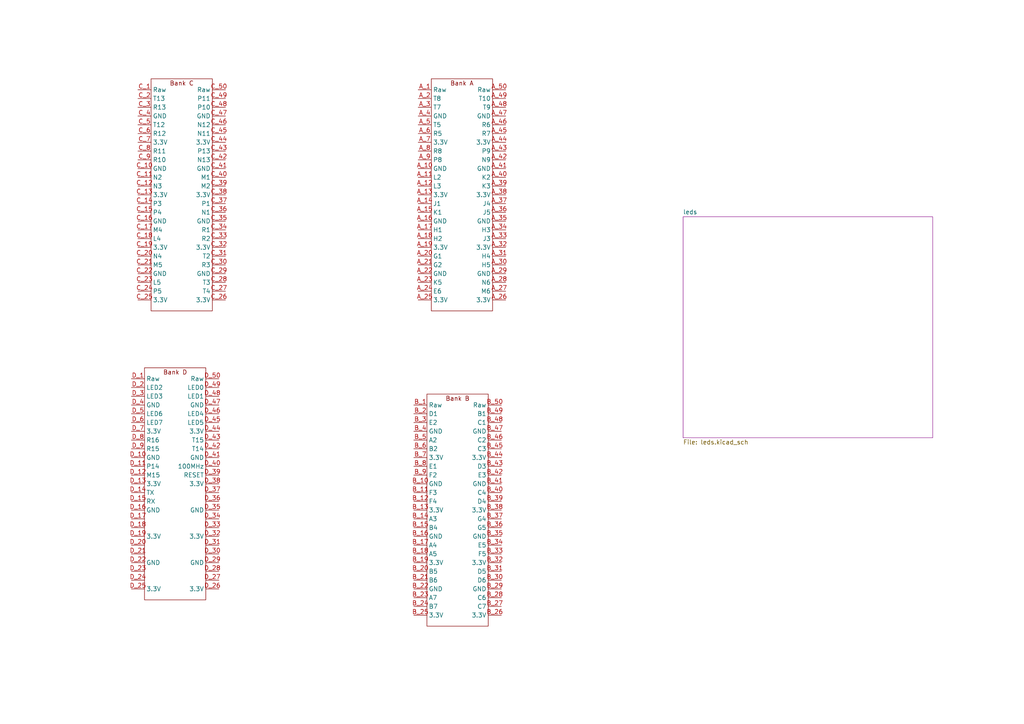
<source format=kicad_sch>
(kicad_sch (version 20201015) (generator eeschema)
  (paper "A4")
  (lib_symbols
    (symbol "Alchitry_Symbols:Alchitry_Single"
      (symbol "Alchitry_Single_1_1"
        (text "Bank A" (at 8.89 66.04 0) (effects (font (size 1.27 1.27))))
        (rectangle (start 0 67.31) (end 17.78 0))
        (pin passive line (at -3.81 64.135 0) (length 3.81) (name "Raw") (number "A_1"))
        (pin passive line (at -3.81 41.275 0) (length 3.81) (name "GND") (number "A_10"))
        (pin passive line (at -3.81 38.735 0) (length 3.81) (name "L2") (number "A_11"))
        (pin passive line (at -3.81 36.195 0) (length 3.81) (name "L3") (number "A_12"))
        (pin passive line (at -3.81 33.655 0) (length 3.81) (name "3.3V") (number "A_13"))
        (pin passive line (at -3.81 31.115 0) (length 3.81) (name "J1") (number "A_14"))
        (pin passive line (at -3.81 28.575 0) (length 3.81) (name "K1") (number "A_15"))
        (pin passive line (at -3.81 26.035 0) (length 3.81) (name "GND") (number "A_16"))
        (pin passive line (at -3.81 23.495 0) (length 3.81) (name "H1") (number "A_17"))
        (pin passive line (at -3.81 20.955 0) (length 3.81) (name "H2") (number "A_18"))
        (pin passive line (at -3.81 18.415 0) (length 3.81) (name "3.3V") (number "A_19"))
        (pin passive line (at -3.81 61.595 0) (length 3.81) (name "T8") (number "A_2"))
        (pin passive line (at -3.81 15.875 0) (length 3.81) (name "G1") (number "A_20"))
        (pin passive line (at -3.81 13.335 0) (length 3.81) (name "G2") (number "A_21"))
        (pin passive line (at -3.81 10.795 0) (length 3.81) (name "GND") (number "A_22"))
        (pin passive line (at -3.81 8.255 0) (length 3.81) (name "K5") (number "A_23"))
        (pin passive line (at -3.81 5.715 0) (length 3.81) (name "E6") (number "A_24"))
        (pin passive line (at -3.81 3.175 0) (length 3.81) (name "3.3V") (number "A_25"))
        (pin passive line (at 21.59 3.175 180) (length 3.81) (name "3.3V") (number "A_26"))
        (pin passive line (at 21.59 5.715 180) (length 3.81) (name "M6") (number "A_27"))
        (pin passive line (at 21.59 8.255 180) (length 3.81) (name "N6") (number "A_28"))
        (pin passive line (at 21.59 10.795 180) (length 3.81) (name "GND") (number "A_29"))
        (pin passive line (at -3.81 59.055 0) (length 3.81) (name "T7") (number "A_3"))
        (pin passive line (at 21.59 13.335 180) (length 3.81) (name "H5") (number "A_30"))
        (pin passive line (at 21.59 15.875 180) (length 3.81) (name "H4") (number "A_31"))
        (pin passive line (at 21.59 18.415 180) (length 3.81) (name "3.3V") (number "A_32"))
        (pin passive line (at 21.59 20.955 180) (length 3.81) (name "J3") (number "A_33"))
        (pin passive line (at 21.59 23.495 180) (length 3.81) (name "H3") (number "A_34"))
        (pin passive line (at 21.59 26.035 180) (length 3.81) (name "GND") (number "A_35"))
        (pin passive line (at 21.59 28.575 180) (length 3.81) (name "J5") (number "A_36"))
        (pin passive line (at 21.59 31.115 180) (length 3.81) (name "J4") (number "A_37"))
        (pin passive line (at 21.59 33.655 180) (length 3.81) (name "3.3V") (number "A_38"))
        (pin passive line (at 21.59 36.195 180) (length 3.81) (name "K3") (number "A_39"))
        (pin passive line (at -3.81 56.515 0) (length 3.81) (name "GND") (number "A_4"))
        (pin passive line (at 21.59 38.735 180) (length 3.81) (name "K2") (number "A_40"))
        (pin passive line (at 21.59 41.275 180) (length 3.81) (name "GND") (number "A_41"))
        (pin passive line (at 21.59 43.815 180) (length 3.81) (name "N9") (number "A_42"))
        (pin passive line (at 21.59 46.355 180) (length 3.81) (name "P9") (number "A_43"))
        (pin passive line (at 21.59 48.895 180) (length 3.81) (name "3.3V") (number "A_44"))
        (pin passive line (at 21.59 51.435 180) (length 3.81) (name "R7") (number "A_45"))
        (pin passive line (at 21.59 53.975 180) (length 3.81) (name "R6") (number "A_46"))
        (pin passive line (at 21.59 56.515 180) (length 3.81) (name "GND") (number "A_47"))
        (pin passive line (at 21.59 59.055 180) (length 3.81) (name "T9") (number "A_48"))
        (pin passive line (at 21.59 61.595 180) (length 3.81) (name "T10") (number "A_49"))
        (pin passive line (at -3.81 53.975 0) (length 3.81) (name "T5") (number "A_5"))
        (pin passive line (at 21.59 64.135 180) (length 3.81) (name "Raw") (number "A_50"))
        (pin passive line (at -3.81 51.435 0) (length 3.81) (name "R5") (number "A_6"))
        (pin passive line (at -3.81 48.895 0) (length 3.81) (name "3.3V") (number "A_7"))
        (pin passive line (at -3.81 46.355 0) (length 3.81) (name "R8") (number "A_8"))
        (pin passive line (at -3.81 43.815 0) (length 3.81) (name "P8") (number "A_9"))
      )
      (symbol "Alchitry_Single_2_1"
        (text "Bank B" (at 8.89 66.04 0) (effects (font (size 1.27 1.27))))
        (rectangle (start 0 67.31) (end 17.78 0))
        (pin passive line (at -3.81 64.135 0) (length 3.81) (name "Raw") (number "B_1"))
        (pin passive line (at -3.81 41.275 0) (length 3.81) (name "GND") (number "B_10"))
        (pin passive line (at -3.81 38.735 0) (length 3.81) (name "F3") (number "B_11"))
        (pin passive line (at -3.81 36.195 0) (length 3.81) (name "F4") (number "B_12"))
        (pin passive line (at -3.81 33.655 0) (length 3.81) (name "3.3V") (number "B_13"))
        (pin passive line (at -3.81 31.115 0) (length 3.81) (name "A3") (number "B_14"))
        (pin passive line (at -3.81 28.575 0) (length 3.81) (name "B4") (number "B_15"))
        (pin passive line (at -3.81 26.035 0) (length 3.81) (name "GND") (number "B_16"))
        (pin passive line (at -3.81 23.495 0) (length 3.81) (name "A4") (number "B_17"))
        (pin passive line (at -3.81 20.955 0) (length 3.81) (name "A5") (number "B_18"))
        (pin passive line (at -3.81 18.415 0) (length 3.81) (name "3.3V") (number "B_19"))
        (pin passive line (at -3.81 61.595 0) (length 3.81) (name "D1") (number "B_2"))
        (pin passive line (at -3.81 15.875 0) (length 3.81) (name "B5") (number "B_20"))
        (pin passive line (at -3.81 13.335 0) (length 3.81) (name "B6") (number "B_21"))
        (pin passive line (at -3.81 10.795 0) (length 3.81) (name "GND") (number "B_22"))
        (pin passive line (at -3.81 8.255 0) (length 3.81) (name "A7") (number "B_23"))
        (pin passive line (at -3.81 5.715 0) (length 3.81) (name "B7") (number "B_24"))
        (pin passive line (at -3.81 3.175 0) (length 3.81) (name "3.3V") (number "B_25"))
        (pin passive line (at 21.59 3.175 180) (length 3.81) (name "3.3V") (number "B_26"))
        (pin passive line (at 21.59 5.715 180) (length 3.81) (name "C7") (number "B_27"))
        (pin passive line (at 21.59 8.255 180) (length 3.81) (name "C6") (number "B_28"))
        (pin passive line (at 21.59 10.795 180) (length 3.81) (name "GND") (number "B_29"))
        (pin passive line (at -3.81 59.055 0) (length 3.81) (name "E2") (number "B_3"))
        (pin passive line (at 21.59 13.335 180) (length 3.81) (name "D6") (number "B_30"))
        (pin passive line (at 21.59 15.875 180) (length 3.81) (name "D5") (number "B_31"))
        (pin passive line (at 21.59 18.415 180) (length 3.81) (name "3.3V") (number "B_32"))
        (pin passive line (at 21.59 20.955 180) (length 3.81) (name "F5") (number "B_33"))
        (pin passive line (at 21.59 23.495 180) (length 3.81) (name "E5") (number "B_34"))
        (pin passive line (at 21.59 26.035 180) (length 3.81) (name "GND") (number "B_35"))
        (pin passive line (at 21.59 28.575 180) (length 3.81) (name "G5") (number "B_36"))
        (pin passive line (at 21.59 31.115 180) (length 3.81) (name "G4") (number "B_37"))
        (pin passive line (at 21.59 33.655 180) (length 3.81) (name "3.3V") (number "B_38"))
        (pin passive line (at 21.59 36.195 180) (length 3.81) (name "D4") (number "B_39"))
        (pin passive line (at -3.81 56.515 0) (length 3.81) (name "GND") (number "B_4"))
        (pin passive line (at 21.59 38.735 180) (length 3.81) (name "C4") (number "B_40"))
        (pin passive line (at 21.59 41.275 180) (length 3.81) (name "GND") (number "B_41"))
        (pin passive line (at 21.59 43.815 180) (length 3.81) (name "E3") (number "B_42"))
        (pin passive line (at 21.59 46.355 180) (length 3.81) (name "D3") (number "B_43"))
        (pin passive line (at 21.59 48.895 180) (length 3.81) (name "3.3V") (number "B_44"))
        (pin passive line (at 21.59 51.435 180) (length 3.81) (name "C3") (number "B_45"))
        (pin passive line (at 21.59 53.975 180) (length 3.81) (name "C2") (number "B_46"))
        (pin passive line (at 21.59 56.515 180) (length 3.81) (name "GND") (number "B_47"))
        (pin passive line (at 21.59 59.055 180) (length 3.81) (name "C1") (number "B_48"))
        (pin passive line (at 21.59 61.595 180) (length 3.81) (name "B1") (number "B_49"))
        (pin passive line (at -3.81 53.975 0) (length 3.81) (name "A2") (number "B_5"))
        (pin passive line (at 21.59 64.135 180) (length 3.81) (name "Raw") (number "B_50"))
        (pin passive line (at -3.81 51.435 0) (length 3.81) (name "B2") (number "B_6"))
        (pin passive line (at -3.81 48.895 0) (length 3.81) (name "3.3V") (number "B_7"))
        (pin passive line (at -3.81 46.355 0) (length 3.81) (name "E1") (number "B_8"))
        (pin passive line (at -3.81 43.815 0) (length 3.81) (name "F2") (number "B_9"))
      )
      (symbol "Alchitry_Single_3_1"
        (text "Bank C" (at 8.89 66.04 0) (effects (font (size 1.27 1.27))))
        (rectangle (start 0 67.31) (end 17.78 0))
        (pin passive line (at -3.81 64.135 0) (length 3.81) (name "Raw") (number "C_1"))
        (pin passive line (at -3.81 41.275 0) (length 3.81) (name "GND") (number "C_10"))
        (pin passive line (at -3.81 38.735 0) (length 3.81) (name "N2") (number "C_11"))
        (pin passive line (at -3.81 36.195 0) (length 3.81) (name "N3") (number "C_12"))
        (pin passive line (at -3.81 33.655 0) (length 3.81) (name "3.3V") (number "C_13"))
        (pin passive line (at -3.81 31.115 0) (length 3.81) (name "P3") (number "C_14"))
        (pin passive line (at -3.81 28.575 0) (length 3.81) (name "P4") (number "C_15"))
        (pin passive line (at -3.81 26.035 0) (length 3.81) (name "GND") (number "C_16"))
        (pin passive line (at -3.81 23.495 0) (length 3.81) (name "M4") (number "C_17"))
        (pin passive line (at -3.81 20.955 0) (length 3.81) (name "L4") (number "C_18"))
        (pin passive line (at -3.81 18.415 0) (length 3.81) (name "3.3V") (number "C_19"))
        (pin passive line (at -3.81 61.595 0) (length 3.81) (name "T13") (number "C_2"))
        (pin passive line (at -3.81 15.875 0) (length 3.81) (name "N4") (number "C_20"))
        (pin passive line (at -3.81 13.335 0) (length 3.81) (name "M5") (number "C_21"))
        (pin passive line (at -3.81 10.795 0) (length 3.81) (name "GND") (number "C_22"))
        (pin passive line (at -3.81 8.255 0) (length 3.81) (name "L5") (number "C_23"))
        (pin passive line (at -3.81 5.715 0) (length 3.81) (name "P5") (number "C_24"))
        (pin passive line (at -3.81 3.175 0) (length 3.81) (name "3.3V") (number "C_25"))
        (pin passive line (at 21.59 3.175 180) (length 3.81) (name "3.3V") (number "C_26"))
        (pin passive line (at 21.59 5.715 180) (length 3.81) (name "T4") (number "C_27"))
        (pin passive line (at 21.59 8.255 180) (length 3.81) (name "T3") (number "C_28"))
        (pin passive line (at 21.59 10.795 180) (length 3.81) (name "GND") (number "C_29"))
        (pin passive line (at -3.81 59.055 0) (length 3.81) (name "R13") (number "C_3"))
        (pin passive line (at 21.59 13.335 180) (length 3.81) (name "R3") (number "C_30"))
        (pin passive line (at 21.59 15.875 180) (length 3.81) (name "T2") (number "C_31"))
        (pin passive line (at 21.59 18.415 180) (length 3.81) (name "3.3V") (number "C_32"))
        (pin passive line (at 21.59 20.955 180) (length 3.81) (name "R2") (number "C_33"))
        (pin passive line (at 21.59 23.495 180) (length 3.81) (name "R1") (number "C_34"))
        (pin passive line (at 21.59 26.035 180) (length 3.81) (name "GND") (number "C_35"))
        (pin passive line (at 21.59 28.575 180) (length 3.81) (name "N1") (number "C_36"))
        (pin passive line (at 21.59 31.115 180) (length 3.81) (name "P1") (number "C_37"))
        (pin passive line (at 21.59 33.655 180) (length 3.81) (name "3.3V") (number "C_38"))
        (pin passive line (at 21.59 36.195 180) (length 3.81) (name "M2") (number "C_39"))
        (pin passive line (at -3.81 56.515 0) (length 3.81) (name "GND") (number "C_4"))
        (pin passive line (at 21.59 38.735 180) (length 3.81) (name "M1") (number "C_40"))
        (pin passive line (at 21.59 41.275 180) (length 3.81) (name "GND") (number "C_41"))
        (pin passive line (at 21.59 43.815 180) (length 3.81) (name "N13") (number "C_42"))
        (pin passive line (at 21.59 46.355 180) (length 3.81) (name "P13") (number "C_43"))
        (pin passive line (at 21.59 48.895 180) (length 3.81) (name "3.3V") (number "C_44"))
        (pin passive line (at 21.59 51.435 180) (length 3.81) (name "N11") (number "C_45"))
        (pin passive line (at 21.59 53.975 180) (length 3.81) (name "N12") (number "C_46"))
        (pin passive line (at 21.59 56.515 180) (length 3.81) (name "GND") (number "C_47"))
        (pin passive line (at 21.59 59.055 180) (length 3.81) (name "P10") (number "C_48"))
        (pin passive line (at 21.59 61.595 180) (length 3.81) (name "P11") (number "C_49"))
        (pin passive line (at -3.81 53.975 0) (length 3.81) (name "T12") (number "C_5"))
        (pin passive line (at 21.59 64.135 180) (length 3.81) (name "Raw") (number "C_50"))
        (pin passive line (at -3.81 51.435 0) (length 3.81) (name "R12") (number "C_6"))
        (pin passive line (at -3.81 48.895 0) (length 3.81) (name "3.3V") (number "C_7"))
        (pin passive line (at -3.81 46.355 0) (length 3.81) (name "R11") (number "C_8"))
        (pin passive line (at -3.81 43.815 0) (length 3.81) (name "R10") (number "C_9"))
      )
      (symbol "Alchitry_Single_4_1"
        (text "Bank D" (at 8.89 66.04 0) (effects (font (size 1.27 1.27))))
        (rectangle (start 17.78 67.31) (end 0 0))
        (pin passive line (at -3.81 64.135 0) (length 3.81) (name "Raw") (number "D_1"))
        (pin passive line (at -3.81 41.275 0) (length 3.81) (name "GND") (number "D_10"))
        (pin passive line (at -3.81 38.735 0) (length 3.81) (name "P14") (number "D_11"))
        (pin passive line (at -3.81 36.195 0) (length 3.81) (name "M15") (number "D_12"))
        (pin passive line (at -3.81 33.655 0) (length 3.81) (name "3.3V") (number "D_13"))
        (pin passive line (at -3.81 31.115 0) (length 3.81) (name "TX") (number "D_14"))
        (pin passive line (at -3.81 28.575 0) (length 3.81) (name "RX") (number "D_15"))
        (pin passive line (at -3.81 26.035 0) (length 3.81) (name "GND") (number "D_16"))
        (pin passive line (at -3.81 23.495 0) (length 3.81) (name "~") (number "D_17"))
        (pin passive line (at -3.81 20.955 0) (length 3.81) (name "~") (number "D_18"))
        (pin passive line (at -3.81 18.415 0) (length 3.81) (name "3.3V") (number "D_19"))
        (pin passive line (at -3.81 61.595 0) (length 3.81) (name "LED2") (number "D_2"))
        (pin passive line (at -3.81 15.875 0) (length 3.81) (name "~") (number "D_20"))
        (pin passive line (at -3.81 13.335 0) (length 3.81) (name "~") (number "D_21"))
        (pin passive line (at -3.81 10.795 0) (length 3.81) (name "GND") (number "D_22"))
        (pin passive line (at -3.81 8.255 0) (length 3.81) (name "~") (number "D_23"))
        (pin passive line (at -3.81 5.715 0) (length 3.81) (name "~") (number "D_24"))
        (pin passive line (at -3.81 3.175 0) (length 3.81) (name "3.3V") (number "D_25"))
        (pin passive line (at 21.59 3.175 180) (length 3.81) (name "3.3V") (number "D_26"))
        (pin passive line (at 21.59 5.715 180) (length 3.81) (name "~") (number "D_27"))
        (pin passive line (at 21.59 8.255 180) (length 3.81) (name "~") (number "D_28"))
        (pin passive line (at 21.59 10.795 180) (length 3.81) (name "GND") (number "D_29"))
        (pin passive line (at -3.81 59.055 0) (length 3.81) (name "LED3") (number "D_3"))
        (pin passive line (at 21.59 13.335 180) (length 3.81) (name "~") (number "D_30"))
        (pin passive line (at 21.59 15.875 180) (length 3.81) (name "~") (number "D_31"))
        (pin passive line (at 21.59 18.415 180) (length 3.81) (name "3.3V") (number "D_32"))
        (pin passive line (at 21.59 20.955 180) (length 3.81) (name "~") (number "D_33"))
        (pin passive line (at 21.59 23.495 180) (length 3.81) (name "~") (number "D_34"))
        (pin passive line (at 21.59 26.035 180) (length 3.81) (name "GND") (number "D_35"))
        (pin passive line (at 21.59 28.575 180) (length 3.81) (name "~") (number "D_36"))
        (pin passive line (at 21.59 31.115 180) (length 3.81) (name "~") (number "D_37"))
        (pin passive line (at 21.59 33.655 180) (length 3.81) (name "3.3V") (number "D_38"))
        (pin passive line (at 21.59 36.195 180) (length 3.81) (name "RESET") (number "D_39"))
        (pin passive line (at -3.81 56.515 0) (length 3.81) (name "GND") (number "D_4"))
        (pin passive line (at 21.59 38.735 180) (length 3.81) (name "100MHz") (number "D_40"))
        (pin passive line (at 21.59 41.275 180) (length 3.81) (name "GND") (number "D_41"))
        (pin passive line (at 21.59 43.815 180) (length 3.81) (name "T14") (number "D_42"))
        (pin passive line (at 21.59 46.355 180) (length 3.81) (name "T15") (number "D_43"))
        (pin passive line (at 21.59 48.895 180) (length 3.81) (name "3.3V") (number "D_44"))
        (pin passive line (at 21.59 51.435 180) (length 3.81) (name "LED5") (number "D_45"))
        (pin passive line (at 21.59 53.975 180) (length 3.81) (name "LED4") (number "D_46"))
        (pin passive line (at 21.59 56.515 180) (length 3.81) (name "GND") (number "D_47"))
        (pin passive line (at 21.59 59.055 180) (length 3.81) (name "LED1") (number "D_48"))
        (pin passive line (at 21.59 61.595 180) (length 3.81) (name "LED0") (number "D_49"))
        (pin passive line (at -3.81 53.975 0) (length 3.81) (name "LED6") (number "D_5"))
        (pin passive line (at 21.59 64.135 180) (length 3.81) (name "Raw") (number "D_50"))
        (pin passive line (at -3.81 51.435 0) (length 3.81) (name "LED7") (number "D_6"))
        (pin passive line (at -3.81 48.895 0) (length 3.81) (name "3.3V") (number "D_7"))
        (pin passive line (at -3.81 46.355 0) (length 3.81) (name "R16") (number "D_8"))
        (pin passive line (at -3.81 43.815 0) (length 3.81) (name "R15") (number "D_9"))
      )
    )
  )
  (symbol (lib_id "Alchitry_Symbols:Alchitry_Single") (at 41.91 173.99 0) (unit 4)
    (property "Reference" "U1" (effects hide))
    (property "Value" "Alchitry_Single" (effects hide))
    (property "Footprint" "Alchitry_Footprints:Alchitry_Bottom" (effects hide))
  )
  (symbol (lib_id "Alchitry_Symbols:Alchitry_Single") (at 43.815 90.17 0) (unit 3)
    (property "Reference" "U1" (effects hide))
    (property "Value" "Alchitry_Single" (effects hide))
    (property "Footprint" "Alchitry_Footprints:Alchitry_Bottom" (effects hide))
  )
  (symbol (lib_id "Alchitry_Symbols:Alchitry_Single") (at 123.825 181.61 0) (unit 2)
    (property "Reference" "U1" (effects hide))
    (property "Value" "Alchitry_Single" (effects hide))
    (property "Footprint" "Alchitry_Footprints:Alchitry_Bottom" (effects hide))
  )
  (symbol (lib_id "Alchitry_Symbols:Alchitry_Single") (at 125.095 90.17 0) (unit 1)
    (property "Reference" "U1" (effects hide))
    (property "Value" "Alchitry_Single" (effects hide))
    (property "Footprint" "Alchitry_Footprints:Alchitry_Bottom" (effects hide))
  )
  (sheet (at 198.12 62.865) (size 72.39 64.135) (stroke (width 0.0006) (color 132 0 132 1)) (fill (color 255 255 255 0.0000))
    (property "Sheet name" "leds" (at 198.12 62.2293 0) (effects (justify left bottom)))
    (property "Sheet file" "leds.kicad_sch" (at 198.12 127.5087 0) (effects (justify left top)))
  )
)
</source>
